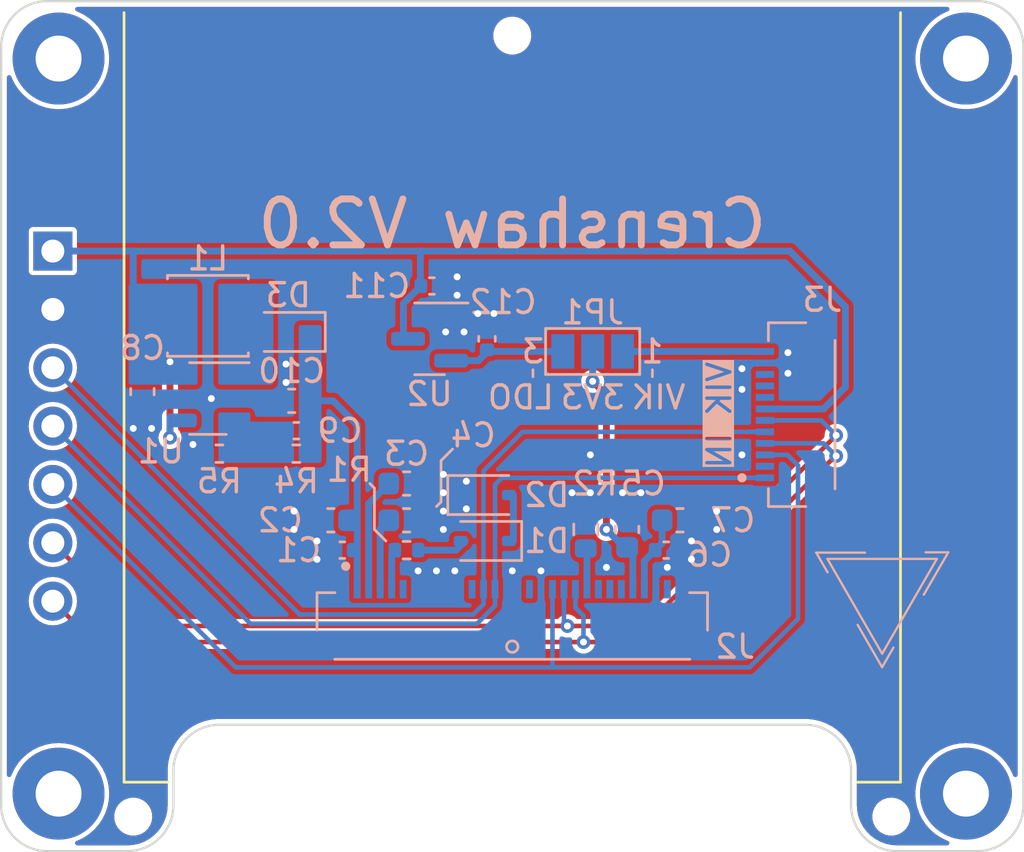
<source format=kicad_pcb>
(kicad_pcb (version 20221018) (generator pcbnew)
  (title_block (title "Crenshaw SSD1351 OLED breakout") (date "2023-07-27") (rev "V2.0") (company "Created by Ariamelon (https://github.com/Ariamelon/Crenshaw/)") (comment 1 "Follows the VIK standard by Sadek Baroudi (https://github.com/sadekbaroudi/VIK)") (comment 2 "Licensed under CC BY 4.0."))
  (layers (0 "F.Cu" signal) (31 "B.Cu" signal) (34 "B.Paste" user) (35 "F.Paste" user) (36 "B.SilkS" user "B.Silkscreen") (37 "F.SilkS" user "F.Silkscreen") (38 "B.Mask" user) (39 "F.Mask" user) (44 "Edge.Cuts" user))
  (net 0 "")
  (net 1 "GND")
  (net 2 "+13V")
  (net 3 "Net-(J2-VCOMH)")
  (net 4 "Net-(J2-VDDIO)")
  (net 5 "+3V3")
  (net 6 "Net-(J2-VCI)")
  (net 7 "+5V")
  (net 8 "Net-(U1-FB)")
  (net 9 "Net-(D1-K)")
  (net 10 "Net-(D1-A)")
  (net 11 "Net-(D3-A)")
  (net 12 "Net-(J2-VSL)")
  (net 15 "MOSI")
  (net 16 "SCK")
  (net 17 "Net-(J2-IREF)")
  (net 22 "CS")
  (net 27 "+3V3_LDO")
  (net 28 "~{RST}")
  (net 29 "DC")
  (net 30 "+3V3_VIK")
  (footprint "Crenshaw:OLED_1.5_SSD1351_128x128" (layer "F.Cu") (at 55 40)
    (fp_text reference "J1" hide)
    (fp_text value "OLED_Breakout" hide)
    (pad "1" thru_hole rect (at -20 -7.62) (size 1.7 1.7) (drill 1) (layers "*.Cu" "*.Mask") (net 7 "+5V"))
    (pad "2" thru_hole oval (at -20 -5.08) (size 1.7 1.7) (drill 1) (layers "*.Cu" "*.Mask") (net 1 "GND"))
    (pad "3" thru_hole oval (at -20 -2.54) (size 1.7 1.7) (drill 1) (layers "*.Cu" "*.Mask") (net 15 "MOSI"))
    (pad "4" thru_hole oval (at -20 0) (size 1.7 1.7) (drill 1) (layers "*.Cu" "*.Mask") (net 16 "SCK"))
    (pad "5" thru_hole oval (at -20 2.54) (size 1.7 1.7) (drill 1) (layers "*.Cu" "*.Mask") (net 22 "CS"))
    (pad "6" thru_hole oval (at -20 5.08) (size 1.7 1.7) (drill 1) (layers "*.Cu" "*.Mask") (net 29 "DC"))
    (pad "7" thru_hole oval (at -20 7.62) (size 1.7 1.7) (drill 1) (layers "*.Cu" "*.Mask") (net 28 "~{RST}"))
    (pad "MP" thru_hole circle (at -19.75 -16) (size 4 4) (drill 2) (layers "*.Cu" "*.Mask"))
    (pad "MP" thru_hole circle (at -19.75 16) (size 4 4) (drill 2) (layers "*.Cu" "*.Mask"))
    (pad "MP" thru_hole circle (at 19.75 -16) (size 4 4) (drill 2) (layers "*.Cu" "*.Mask"))
    (pad "MP" thru_hole circle (at 19.75 16) (size 4 4) (drill 2) (layers "*.Cu" "*.Mask"))
  )
  (footprint "Crenshaw:JLC Tooling Hole" (layer "F.Cu") (at 55 23)
    (fp_text reference "H1" hide)
    (fp_text value "Tooling Hole" hide)
    (pad "" np_thru_hole circle (at 0 0) (size 1.152 1.152) (drill 1.152) (layers "F&B.Cu" "*.Mask") (clearance 0.074))
  )
  (footprint "Crenshaw:JLC Tooling Hole" (layer "F.Cu") (at 38.5 57)
    (fp_text reference "H3" hide)
    (fp_text value "Tooling Hole" hide)
    (pad "" np_thru_hole circle (at 0 0) (size 1.152 1.152) (drill 1.152) (layers "F&B.Cu" "*.Mask") (clearance 0.074))
  )
  (footprint "Crenshaw:JLC Tooling Hole" (layer "F.Cu") (at 71.5 57)
    (fp_text reference "H2" hide)
    (fp_text value "Tooling Hole" hide)
    (pad "" np_thru_hole circle (at 0 0) (size 1.152 1.152) (drill 1.152) (layers "F&B.Cu" "*.Mask") (clearance 0.074))
  )
  (footprint "Resistor_SMD:R_0402_1005Metric" (layer "B.Cu") (at 50.4 45.4 180)
    (fp_text reference "R1" (at 2.5 3.5 unlocked) (layer "B.SilkS") (effects (justify mirror)))
    (fp_text value "51")
    (fp_line (start -0.153641 -0.38) (end 0.153641 -0.38) (stroke (width 0.12)) (layer "B.SilkS"))
    (fp_line (start -0.153641 0.38) (end 0.153641 0.38) (stroke (width 0.12)) (layer "B.SilkS"))
    (pad "1" smd roundrect (at -0.51 0 180) (size 0.54 0.64) (layers "B.Cu" "B.Paste" "B.Mask") (net 10 "Net-(D1-A)"))
    (pad "2" smd roundrect (at 0.51 0 180) (size 0.54 0.64) (layers "B.Cu" "B.Paste" "B.Mask") (net 12 "Net-(J2-VSL)"))
  )
  (footprint "Resistor_SMD:R_0402_1005Metric" (layer "B.Cu") (at 42.25 41.2 180)
    (fp_text reference "R5" (at 0 -1.2 unlocked) (layer "B.SilkS") (effects (justify mirror)))
    (fp_text value "100k")
    (fp_line (start -0.153641 -0.38) (end 0.153641 -0.38) (stroke (width 0.12)) (layer "B.SilkS"))
    (fp_line (start -0.153641 0.38) (end 0.153641 0.38) (stroke (width 0.12)) (layer "B.SilkS"))
    (pad "1" smd roundrect (at -0.51 0 180) (size 0.54 0.64) (layers "B.Cu" "B.Paste" "B.Mask") (net 8 "Net-(U1-FB)"))
    (pad "2" smd roundrect (at 0.51 0 180) (size 0.54 0.64) (layers "B.Cu" "B.Paste" "B.Mask") (net 1 "GND"))
  )
  (footprint "Capacitor_SMD:C_0603_1608Metric" (layer "B.Cu") (at 38.9 38.5 90)
    (fp_text reference "C8" (at 1.9 0 unlocked) (layer "B.SilkS") (effects (justify mirror)))
    (fp_text value "4u7")
    (fp_line (start -0.14058 -0.51) (end 0.14058 -0.51) (stroke (width 0.12)) (layer "B.SilkS"))
    (fp_line (start -0.14058 0.51) (end 0.14058 0.51) (stroke (width 0.12)) (layer "B.SilkS"))
    (pad "1" smd roundrect (at -0.775 0 90) (size 0.9 0.95) (layers "B.Cu" "B.Paste" "B.Mask") (net 1 "GND"))
    (pad "2" smd roundrect (at 0.775 0 90) (size 0.9 0.95) (layers "B.Cu" "B.Paste" "B.Mask") (net 7 "+5V"))
  )
  (footprint "Diode_SMD:D_SOD-323" (layer "B.Cu") (at 45.25 35.899999 180)
    (fp_text reference "D3" (at 0 1.599999 unlocked) (layer "B.SilkS") (effects (justify mirror)))
    (fp_text value "1N5819WS")
    (fp_line (start -1.61 -0.85) (end 1.05 -0.85) (stroke (width 0.12)) (layer "B.SilkS"))
    (fp_line (start -1.61 0.85) (end -1.61 -0.85) (stroke (width 0.12)) (layer "B.SilkS"))
    (fp_line (start -1.61 0.85) (end 1.05 0.85) (stroke (width 0.12)) (layer "B.SilkS"))
    (pad "1" smd roundrect (at -1.05 0 180) (size 0.6 0.45) (layers "B.Cu" "B.Paste" "B.Mask") (net 2 "+13V"))
    (pad "2" smd roundrect (at 1.05 0 180) (size 0.6 0.45) (layers "B.Cu" "B.Paste" "B.Mask") (net 11 "Net-(D3-A)"))
  )
  (footprint "Capacitor_SMD:C_0603_1608Metric" (layer "B.Cu") (at 50.4 42.5)
    (fp_text reference "C3" (at 0 -1.3 unlocked) (layer "B.SilkS") (effects (justify mirror)))
    (fp_text value "1u")
    (fp_line (start -0.14058 -0.51) (end 0.14058 -0.51) (stroke (width 0.12)) (layer "B.SilkS"))
    (fp_line (start -0.14058 0.51) (end 0.14058 0.51) (stroke (width 0.12)) (layer "B.SilkS"))
    (pad "1" smd roundrect (at -0.775 0) (size 0.9 0.95) (layers "B.Cu" "B.Paste" "B.Mask") (net 3 "Net-(J2-VCOMH)"))
    (pad "2" smd roundrect (at 0.775 0) (size 0.9 0.95) (layers "B.Cu" "B.Paste" "B.Mask") (net 1 "GND"))
  )
  (footprint "Inductor_SMD:L_Sunlord_SWPA3012S" (layer "B.Cu") (at 41.75 35.2 180)
    (fp_text reference "L1" (at 0 2.5 unlocked) (layer "B.SilkS") (effects (justify mirror)))
    (fp_text value "10u")
    (fp_line (start -1.76 -1.76) (end -1.76 -1.61) (stroke (width 0.12)) (layer "B.SilkS"))
    (fp_line (start -1.76 -1.76) (end 1.76 -1.76) (stroke (width 0.12)) (layer "B.SilkS"))
    (fp_line (start -1.76 1.76) (end -1.76 1.61) (stroke (width 0.12)) (layer "B.SilkS"))
    (fp_line (start -1.76 1.76) (end 1.76 1.76) (stroke (width 0.12)) (layer "B.SilkS"))
    (fp_line (start 1.76 -1.76) (end 1.76 -1.61) (stroke (width 0.12)) (layer "B.SilkS"))
    (fp_line (start 1.76 1.76) (end 1.76 1.61) (stroke (width 0.12)) (layer "B.SilkS"))
    (pad "1" smd rect (at -1.15 0 180) (size 0.8 2.7) (layers "B.Cu" "B.Paste" "B.Mask") (net 11 "Net-(D3-A)"))
    (pad "2" smd rect (at 1.15 0 180) (size 0.8 2.7) (layers "B.Cu" "B.Paste" "B.Mask") (net 7 "+5V"))
  )
  (footprint "Package_TO_SOT_SMD:SOT-23" (layer "B.Cu") (at 51.4 36.2 180)
    (fp_text reference "U2" (at -0.000001 -2.4 unlocked) (layer "B.SilkS") (effects (justify mirror)))
    (fp_text value "XC6206P332MR")
    (fp_line (start 0 -1.56) (end -0.65 -1.56) (stroke (width 0.12)) (layer "B.SilkS"))
    (fp_line (start 0 -1.56) (end 0.65 -1.56) (stroke (width 0.12)) (layer "B.SilkS"))
    (fp_line (start 0 1.56) (end -1.675 1.56) (stroke (width 0.12)) (layer "B.SilkS"))
    (fp_line (start 0 1.56) (end 0.65 1.56) (stroke (width 0.12)) (layer "B.SilkS"))
    (pad "1" smd roundrect (at -0.9375 0.95 180) (size 1.475 0.6) (layers "B.Cu" "B.Paste" "B.Mask") (net 1 "GND"))
    (pad "2" smd roundrect (at -0.9375 -0.95 180) (size 1.475 0.6) (layers "B.Cu" "B.Paste" "B.Mask") (net 27 "+3V3_LDO"))
    (pad "3" smd roundrect (at 0.9375 0 180) (size 1.475 0.6) (layers "B.Cu" "B.Paste" "B.Mask") (net 7 "+5V"))
  )
  (footprint "Crenshaw:HRS_FH34SRJ-30S-0.5SH(50)" (layer "B.Cu") (at 55 49.6 180)
    (fp_text reference "J2" (at -9.7 0) (layer "B.SilkS") (effects (justify mirror)))
    (fp_text value "SSD1351")
    (fp_line (start -8.5 2.35) (end -8.5 0.72) (stroke (width 0.12)) (layer "B.SilkS"))
    (fp_line (start -8.5 2.35) (end -7.72 2.35) (stroke (width 0.12)) (layer "B.SilkS"))
    (fp_line (start -7.73 -0.55) (end 7.73 -0.55) (stroke (width 0.12)) (layer "B.SilkS"))
    (fp_line (start 7.72 2.35) (end 8.5 2.35) (stroke (width 0.12)) (layer "B.SilkS"))
    (fp_line (start 8.5 2.35) (end 8.5 0.72) (stroke (width 0.12)) (layer "B.SilkS"))
    (fp_circle (center 0 0) (end 0.25 0) (stroke (width 0.12)) (fill none) (layer "B.SilkS"))
    (fp_circle (center 7.25 3.5) (end 7.35 3.5) (stroke (width 0.2)) (fill none) (layer "B.SilkS"))
    (pad "1" smd rect (at 7.25 2.5 180) (size 0.3 0.8) (layers "B.Cu" "B.Mask") (net 1 "GND"))
    (pad "2" smd rect (at 6.75 2.5 180) (size 0.3 0.8) (layers "B.Cu" "B.Mask") (net 2 "+13V"))
    (pad "3" smd rect (at 6.25 2.5 180) (size 0.3 0.8) (layers "B.Cu" "B.Mask") (net 3 "Net-(J2-VCOMH)"))
    (pad "4" smd rect (at 5.75 2.5 180) (size 0.3 0.8) (layers "B.Cu" "B.Mask") (net 4 "Net-(J2-VDDIO)"))
    (pad "5" smd rect (at 5.25 2.5 180) (size 0.3 0.8) (layers "B.Cu" "B.Mask") (net 12 "Net-(J2-VSL)"))
    (pad "6" smd rect (at 4.75 2.5 180) (size 0.3 0.8) (layers "B.Cu" "B.Mask"))
    (pad "7" smd rect (at 4.25 2.5 180) (size 0.3 0.8) (layers "B.Cu" "B.Mask") (net 1 "GND"))
    (pad "8" smd rect (at 3.75 2.5 180) (size 0.3 0.8) (layers "B.Cu" "B.Mask") (net 1 "GND"))
    (pad "9" smd rect (at 3.25 2.5 180) (size 0.3 0.8) (layers "B.Cu" "B.Mask") (net 1 "GND"))
    (pad "10" smd rect (at 2.75 2.5 180) (size 0.3 0.8) (layers "B.Cu" "B.Mask") (net 1 "GND"))
    (pad "11" smd rect (at 2.25 2.5 180) (size 0.3 0.8) (layers "B.Cu" "B.Mask") (net 1 "GND"))
    (pad "12" smd rect (at 1.75 2.5 180) (size 0.3 0.8) (layers "B.Cu" "B.Mask"))
    (pad "13" smd rect (at 1.25 2.5 180) (size 0.3 0.8) (layers "B.Cu" "B.Mask") (net 15 "MOSI"))
    (pad "14" smd rect (at 0.75 2.5 180) (size 0.3 0.8) (layers "B.Cu" "B.Mask") (net 16 "SCK"))
    (pad "15" smd rect (at 0.25 2.5 180) (size 0.3 0.8) (layers "B.Cu" "B.Mask") (net 1 "GND"))
    (pad "16" smd rect (at -0.25 2.5 180) (size 0.3 0.8) (layers "B.Cu" "B.Mask") (net 1 "GND"))
    (pad "17" smd rect (at -0.75 2.5 180) (size 0.3 0.8) (layers "B.Cu" "B.Mask"))
    (pad "18" smd rect (at -1.25 2.5 180) (size 0.3 0.8) (layers "B.Cu" "B.Mask") (net 1 "GND"))
    (pad "19" smd rect (at -1.75 2.5 180) (size 0.3 0.8) (layers "B.Cu" "B.Mask") (net 22 "CS"))
    (pad "20" smd rect (at -2.25 2.5 180) (size 0.3 0.8) (layers "B.Cu" "B.Mask") (net 29 "DC"))
    (pad "21" smd rect (at -2.75 2.5 180) (size 0.3 0.8) (layers "B.Cu" "B.Mask") (net 28 "~{RST}"))
    (pad "22" smd rect (at -3.25 2.5 180) (size 0.3 0.8) (layers "B.Cu" "B.Mask") (net 17 "Net-(J2-IREF)"))
    (pad "23" smd rect (at -3.75 2.5 180) (size 0.3 0.8) (layers "B.Cu" "B.Mask"))
    (pad "24" smd rect (at -4.25 2.5 180) (size 0.3 0.8) (layers "B.Cu" "B.Mask"))
    (pad "25" smd rect (at -4.75 2.5 180) (size 0.3 0.8) (layers "B.Cu" "B.Mask"))
    (pad "26" smd rect (at -5.25 2.5 180) (size 0.3 0.8) (layers "B.Cu" "B.Mask") (net 5 "+3V3"))
    (pad "27" smd rect (at -5.75 2.5 180) (size 0.3 0.8) (layers "B.Cu" "B.Mask") (net 6 "Net-(J2-VCI)"))
    (pad "28" smd rect (at -6.25 2.5 180) (size 0.3 0.8) (layers "B.Cu" "B.Mask") (net 1 "GND"))
    (pad "29" smd rect (at -6.75 2.5 180) (size 0.3 0.8) (layers "B.Cu" "B.Mask"))
    (pad "30" smd rect (at -7.25 2.5 180) (size 0.3 0.8) (layers "B.Cu" "B.Mask") (net 1 "GND"))
    (pad "MP" smd rect (at -8.25 0 180) (size 0.4 0.8) (layers "B.Cu" "B.Paste" "B.Mask") (net 1 "GND"))
    (pad "MP" smd rect (at 8.25 0 180) (size 0.4 0.8) (layers "B.Cu" "B.Paste" "B.Mask") (net 1 "GND"))
  )
  (footprint "Capacitor_SMD:C_0603_1608Metric" (layer "B.Cu") (at 47.1 44.1 180)
    (fp_text reference "C2" (at 2.2 0 unlocked) (layer "B.SilkS") (effects (justify mirror)))
    (fp_text value "10u")
    (fp_line (start -0.14058 -0.51) (end 0.14058 -0.51) (stroke (width 0.12)) (layer "B.SilkS"))
    (fp_line (start -0.14058 0.51) (end 0.14058 0.51) (stroke (width 0.12)) (layer "B.SilkS"))
    (pad "1" smd roundrect (at -0.775 0 180) (size 0.9 0.95) (layers "B.Cu" "B.Paste" "B.Mask") (net 2 "+13V"))
    (pad "2" smd roundrect (at 0.775 0 180) (size 0.9 0.95) (layers "B.Cu" "B.Paste" "B.Mask") (net 1 "GND"))
  )
  (footprint "Diode_SMD:D_SOD-323" (layer "B.Cu") (at 53.8 43)
    (fp_text reference "D2" (at 2.7 0 unlocked) (layer "B.SilkS") (effects (justify mirror)))
    (fp_text value "1N4148")
    (fp_line (start -1.61 -0.85) (end 1.05 -0.85) (stroke (width 0.12)) (layer "B.SilkS"))
    (fp_line (start -1.61 0.85) (end -1.61 -0.85) (stroke (width 0.12)) (layer "B.SilkS"))
    (fp_line (start -1.61 0.85) (end 1.05 0.85) (stroke (width 0.12)) (layer "B.SilkS"))
    (pad "1" smd roundrect (at -1.05 0) (size 0.6 0.45) (layers "B.Cu" "B.Paste" "B.Mask") (net 1 "GND"))
    (pad "2" smd roundrect (at 1.05 0) (size 0.6 0.45) (layers "B.Cu" "B.Paste" "B.Mask") (net 9 "Net-(D1-K)"))
  )
  (footprint "Capacitor_SMD:C_0402_1005Metric" (layer "B.Cu") (at 47.6 45.4 180)
    (fp_text reference "C1" (at 1.9 0 unlocked) (layer "B.SilkS") (effects (justify mirror)))
    (fp_text value "100n")
    (fp_line (start -0.107836 -0.36) (end 0.107836 -0.36) (stroke (width 0.12)) (layer "B.SilkS"))
    (fp_line (start -0.107836 0.36) (end 0.107836 0.36) (stroke (width 0.12)) (layer "B.SilkS"))
    (pad "1" smd roundrect (at -0.48 0 180) (size 0.56 0.62) (layers "B.Cu" "B.Paste" "B.Mask") (net 2 "+13V"))
    (pad "2" smd roundrect (at 0.48 0 180) (size 0.56 0.62) (layers "B.Cu" "B.Paste" "B.Mask") (net 1 "GND"))
  )
  (footprint "Crenshaw:Ariamelon_Logo_x3_CU" (layer "B.Cu") (at 55 26.2 180)
    (fp_text reference "A1" hide)
    (fp_text value "Ariamelon Logo" hide)
  )
  (footprint "Capacitor_SMD:C_0603_1608Metric" (layer "B.Cu") (at 50.4 44.1)
    (fp_text reference "C4" (at 2.9 -3.7 unlocked) (layer "B.SilkS") (effects (justify mirror)))
    (fp_text value "1u")
    (fp_line (start -0.14058 -0.51) (end 0.14058 -0.51) (stroke (width 0.12)) (layer "B.SilkS"))
    (fp_line (start -0.14058 0.51) (end 0.14058 0.51) (stroke (width 0.12)) (layer "B.SilkS"))
    (pad "1" smd roundrect (at -0.775 0) (size 0.9 0.95) (layers "B.Cu" "B.Paste" "B.Mask") (net 4 "Net-(J2-VDDIO)"))
    (pad "2" smd roundrect (at 0.775 0) (size 0.9 0.95) (layers "B.Cu" "B.Paste" "B.Mask") (net 1 "GND"))
  )
  (footprint "Capacitor_SMD:C_0603_1608Metric" (layer "B.Cu") (at 62.3 44.1)
    (fp_text reference "C7" (at 2.3 0 unlocked) (layer "B.SilkS") (effects (justify mirror)))
    (fp_text value "1u")
    (fp_line (start -0.14058 -0.51) (end 0.14058 -0.51) (stroke (width 0.12)) (layer "B.SilkS"))
    (fp_line (start -0.14058 0.51) (end 0.14058 0.51) (stroke (width 0.12)) (layer "B.SilkS"))
    (pad "1" smd roundrect (at -0.775 0) (size 0.9 0.95) (layers "B.Cu" "B.Paste" "B.Mask") (net 6 "Net-(J2-VCI)"))
    (pad "2" smd roundrect (at 0.775 0) (size 0.9 0.95) (layers "B.Cu" "B.Paste" "B.Mask") (net 1 "GND"))
  )
  (footprint "Diode_SMD:D_SOD-323" (layer "B.Cu") (at 53.8 45 180)
    (fp_text reference "D1" (at -2.7 0 unlocked) (layer "B.SilkS") (effects (justify mirror)))
    (fp_text value "1N4148")
    (fp_line (start -1.61 -0.85) (end 1.05 -0.85) (stroke (width 0.12)) (layer "B.SilkS"))
    (fp_line (start -1.61 0.85) (end -1.61 -0.85) (stroke (width 0.12)) (layer "B.SilkS"))
    (fp_line (start -1.61 0.85) (end 1.05 0.85) (stroke (width 0.12)) (layer "B.SilkS"))
    (pad "1" smd roundrect (at -1.05 0 180) (size 0.6 0.45) (layers "B.Cu" "B.Paste" "B.Mask") (net 9 "Net-(D1-K)"))
    (pad "2" smd roundrect (at 1.05 0 180) (size 0.6 0.45) (layers "B.Cu" "B.Paste" "B.Mask") (net 10 "Net-(D1-A)"))
  )
  (footprint "Capacitor_SMD:C_0402_1005Metric" (layer "B.Cu") (at 45.6 40.2)
    (fp_text reference "C9" (at 1.9 0 unlocked) (layer "B.SilkS") (effects (justify mirror)))
    (fp_text value "22p")
    (fp_line (start -0.107836 -0.36) (end 0.107836 -0.36) (stroke (width 0.12)) (layer "B.SilkS"))
    (fp_line (start -0.107836 0.36) (end 0.107836 0.36) (stroke (width 0.12)) (layer "B.SilkS"))
    (pad "1" smd roundrect (at -0.48 0) (size 0.56 0.62) (layers "B.Cu" "B.Paste" "B.Mask") (net 8 "Net-(U1-FB)"))
    (pad "2" smd roundrect (at 0.48 0) (size 0.56 0.62) (layers "B.Cu" "B.Paste" "B.Mask") (net 2 "+13V"))
  )
  (footprint "Capacitor_SMD:C_0603_1608Metric" (layer "B.Cu") (at 60 44.5 90)
    (fp_text reference "C5" (at 2 0.7 unlocked) (layer "B.SilkS") (effects (justify mirror)))
    (fp_text value "1u")
    (fp_line (start -0.14058 -0.51) (end 0.14058 -0.51) (stroke (width 0.12)) (layer "B.SilkS"))
    (fp_line (start -0.14058 0.51) (end 0.14058 0.51) (stroke (width 0.12)) (layer "B.SilkS"))
    (pad "1" smd roundrect (at -0.775 0 90) (size 0.9 0.95) (layers "B.Cu" "B.Paste" "B.Mask") (net 5 "+3V3"))
    (pad "2" smd roundrect (at 0.775 0 90) (size 0.9 0.95) (layers "B.Cu" "B.Paste" "B.Mask") (net 1 "GND"))
  )
  (footprint "Capacitor_SMD:C_0402_1005Metric" (layer "B.Cu") (at 53.900001 36.2 90)
    (fp_text reference "C12" (at 1.6 0.7 unlocked) (layer "B.SilkS") (effects (justify mirror)))
    (fp_text value "1u")
    (fp_line (start -0.107836 -0.36) (end 0.107836 -0.36) (stroke (width 0.12)) (layer "B.SilkS"))
    (fp_line (start -0.107836 0.36) (end 0.107836 0.36) (stroke (width 0.12)) (layer "B.SilkS"))
    (pad "1" smd roundrect (at -0.48 0 90) (size 0.56 0.62) (layers "B.Cu" "B.Paste" "B.Mask") (net 27 "+3V3_LDO"))
    (pad "2" smd roundrect (at 0.48 0 90) (size 0.56 0.62) (layers "B.Cu" "B.Paste" "B.Mask") (net 1 "GND"))
  )
  (footprint "Capacitor_SMD:C_0603_1608Metric" (layer "B.Cu") (at 45.4 38.9)
    (fp_text reference "C10" (at 0 -1.3 unlocked) (layer "B.SilkS") (effects (justify mirror)))
    (fp_text value "4u7")
    (fp_line (start -0.14058 -0.51) (end 0.14058 -0.51) (stroke (width 0.12)) (layer "B.SilkS"))
    (fp_line (start -0.14058 0.51) (end 0.14058 0.51) (stroke (width 0.12)) (layer "B.SilkS"))
    (pad "1" smd roundrect (at -0.775 0) (size 0.9 0.95) (layers "B.Cu" "B.Paste" "B.Mask") (net 1 "GND"))
    (pad "2" smd roundrect (at 0.775 0) (size 0.9 0.95) (layers "B.Cu" "B.Paste" "B.Mask") (net 2 "+13V"))
  )
  (footprint "Jumper:SolderJumper-3_P1.3mm_Open_Pad1.0x1.5mm_NumberLabels" (layer "B.Cu") (at 58.5 36.75 180)
    (fp_text reference "JP1" (at 0 1.7 unlocked) (layer "B.SilkS") (effects (justify mirror)))
    (fp_text value "3V3 SEL")
    (fp_text user "3" (at 2.6 0 unlocked) (layer "B.SilkS") (effects (justify mirror)))
    (fp_text user "1" (at -2.6 0 unlocked) (layer "B.SilkS") (effects (justify mirror)))
    (fp_line (start -2.05 -1) (end -2.05 1) (stroke (width 0.12)) (layer "B.SilkS"))
    (fp_line (start -2.05 1) (end 2.05 1) (stroke (width 0.12)) (layer "B.SilkS"))
    (fp_line (start 2.05 -1) (end -2.05 -1) (stroke (width 0.12)) (layer "B.SilkS"))
    (fp_line (start 2.05 1) (end 2.05 -1) (stroke (width 0.12)) (layer "B.SilkS"))
    (pad "1" smd rect (at -1.3 0 180) (size 1 1.5) (layers "B.Cu" "B.Mask") (net 30 "+3V3_VIK"))
    (pad "2" smd rect (at 0 0 180) (size 1 1.5) (layers "B.Cu" "B.Mask") (net 5 "+3V3"))
    (pad "3" smd rect (at 1.3 0 180) (size 1 1.5) (layers "B.Cu" "B.Mask") (net 27 "+3V3_LDO"))
  )
  (footprint "Resistor_SMD:R_0402_1005Metric" (layer "B.Cu") (at 45.6 41.2)
    (fp_text reference "R4" (at 0 1.2 unlocked) (layer "B.SilkS") (effects (justify mirror)))
    (fp_text value "1M")
    (fp_line (start -0.153641 -0.38) (end 0.153641 -0.38) (stroke (width 0.12)) (layer "B.SilkS"))
    (fp_line (start -0.153641 0.38) (end 0.153641 0.38) (stroke (width 0.12)) (layer "B.SilkS"))
    (pad "1" smd roundrect (at -0.51 0) (size 0.54 0.64) (layers "B.Cu" "B.Paste" "B.Mask") (net 8 "Net-(U1-FB)"))
    (pad "2" smd roundrect (at 0.51 0) (size 0.54 0.64) (layers "B.Cu" "B.Paste" "B.Mask") (net 2 "+13V"))
  )
  (footprint "Capacitor_SMD:C_0402_1005Metric" (layer "B.Cu") (at 51.5 33.9)
    (fp_text reference "C11" (at -2.4 0 unlocked) (layer "B.SilkS") (effects (justify mirror)))
    (fp_text value "1u")
    (fp_line (start -0.107836 -0.36) (end 0.107836 -0.36) (stroke (width 0.12)) (layer "B.SilkS"))
    (fp_line (start -0.107836 0.36) (end 0.107836 0.36) (stroke (width 0.12)) (layer "B.SilkS"))
    (pad "1" smd roundrect (at -0.48 0) (size 0.56 0.62) (layers "B.Cu" "B.Paste" "B.Mask") (net 7 "+5V"))
    (pad "2" smd roundrect (at 0.48 0) (size 0.56 0.62) (layers "B.Cu" "B.Paste" "B.Mask") (net 1 "GND"))
  )
  (footprint "Crenshaw:vik-logo-small" (layer "B.Cu") (at 71.1 47.3 180)
    (fp_text reference "A2" hide)
    (fp_text value "VIK logo" hide)
    (fp_line (start -2.880161 1.806346) (end -1.892323 1.805976) (stroke (width 0.1)) (layer "B.SilkS"))
    (fp_line (start -2.383804 1.52) (end 2.38 1.52) (stroke (width 0.1)) (layer "B.SilkS"))
    (fp_line (start -1.815689 -0.036813) (end -2.880161 1.806346) (stroke (width 0.1)) (layer "B.SilkS"))
    (fp_line (start -0.001902 -2.605575) (end -2.383804 1.52) (stroke (width 0.1)) (layer "B.SilkS"))
    (fp_line (start 0.000114 -3.195112) (end -0.493459 -2.339419) (stroke (width 0.1)) (layer "B.SilkS"))
    (fp_line (start 0.741256 1.793386) (end 2.869715 1.793686) (stroke (width 0.1)) (layer "B.SilkS"))
    (fp_line (start 1.064084 -1.351662) (end 0.000114 -3.195112) (stroke (width 0.1)) (layer "B.SilkS"))
    (fp_line (start 2.38 1.52) (end -0.001902 -2.605575) (stroke (width 0.1)) (layer "B.SilkS"))
    (fp_line (start 2.869715 1.793686) (end 2.375449 0.938393) (stroke (width 0.1)) (layer "B.SilkS"))
  )
  (footprint "Crenshaw:vik-module-connector-horizontal" (layer "B.Cu") (at 68.5 39.5 -90)
    (fp_text reference "J3" (at -5 0) (layer "B.SilkS") (effects (justify mirror)))
    (fp_text value "VIK Module")
    (fp_text user "VIK IN" (at 0.02 3.9 90 unlocked) (layer "B.SilkS" knockout) (effects (justify bottom mirror)))
    (fp_line (start -4 2.35) (end -4 0.72) (stroke (width 0.12)) (layer "B.SilkS"))
    (fp_line (start -3.23 -0.55) (end 3.23 -0.55) (stroke (width 0.12)) (layer "B.SilkS"))
    (fp_line (start -3.22 2.35) (end -4 2.35) (stroke (width 0.12)) (layer "B.SilkS"))
    (fp_line (start 3.22 2.35) (end 4 2.35) (stroke (width 0.12)) (layer "B.SilkS"))
    (fp_line (start 4 2.35) (end 4 0.72) (stroke (width 0.12)) (layer "B.SilkS"))
    (fp_circle (center 2.75 3.5) (end 2.85 3.5) (stroke (width 0.2)) (fill none) (layer "B.SilkS"))
    (pad "1" smd rect (at 2.75 2.5 270) (size 0.3 0.8) (layers "B.Cu" "B.Mask") (net 16 "SCK"))
    (pad "2" smd rect (at 2.25 2.5 270) (size 0.3 0.8) (layers "B.Cu" "B.Mask"))
    (pad "3" smd rect (at 1.75 2.5 270) (size 0.3 0.8) (layers "B.Cu" "B.Mask") (net 22 "CS"))
    (pad "4" smd rect (at 1.25 2.5 270) (size 0.3 0.8) (layers "B.Cu" "B.Mask") (net 28 "~{RST}"))
    (pad "5" smd rect (at 0.75 2.5 270) (size 0.3 0.8) (layers "B.Cu" "B.Mask") (net 15 "MOSI"))
    (pad "6" smd rect (at 0.25 2.5 270) (size 0.3 0.8) (layers "B.Cu" "B.Mask") (net 29 "DC"))
    (pad "7" smd rect (at -0.25 2.5 270) (size 0.3 0.8) (layers "B.Cu" "B.Mask") (net 7 "+5V"))
    (pad "8" smd rect (at -0.75 2.5 270) (size 0.3 0.8) (layers "B.Cu" "B.Mask"))
    (pad "9" smd rect (at -1.25 2.5 270) (size 0.3 0.8) (layers "B.Cu" "B.Mask"))
    (pad "10" smd rect (at -1.75 2.5 270) (size 0.3 0.8) (layers "B.Cu" "B.Mask"))
    (pad "11" smd rect (at -2.25 2.5 270) (size 0.3 0.8) (layers "B.Cu" "B.Mask") (net 1 "GND"))
    (pad "12" smd rect (at -2.75 2.5 270) (size 0.3 0.8) (layers "B.Cu" "B.Mask") (net 30 "+3V3_VIK"))
    (pad "MP" smd rect (at -3.75 0 270) (size 0.4 0.8) (layers "B.Cu" "B.Paste" "B.Mask") (net 1 "GND"))
    (pad "MP" smd rect (at 3.75 0 270) (size 0.4 0.8) (layers "B.Cu" "B.Paste" "B.Mask") (net 1 "GND"))
  )
  (footprint "Package_TO_SOT_SMD:SOT-23-5" (layer "B.Cu") (at 41.75 38.799999 180)
    (fp_text reference "U1" (at 2.05 -2.300001 unlocked) (layer "B.SilkS") (effects (justify mirror)))
    (fp_text value "TPS61040DBV")
    (fp_line (start 0 -1.56) (end -0.8 -1.56) (stroke (width 0.12)) (layer "B.SilkS"))
    (fp_line (start 0 -1.56) (end 0.8 -1.56) (stroke (width 0.12)) (layer "B.SilkS"))
    (fp_line (start 0 1.56) (end -1.8 1.56) (stroke (width 0.12)) (layer "B.SilkS"))
    (fp_line (start 0 1.56) (end 0.8 1.56) (stroke (width 0.12)) (layer "B.SilkS"))
    (pad "1" smd roundrect (at -1.1375 0.95 180) (size 1.325 0.6) (layers "B.Cu" "B.Paste" "B.Mask") (net 11 "Net-(D3-A)"))
    (pad "2" smd roundrect (at -1.1375 0 180) (size 1.325 0.6) (layers "B.Cu" "B.Paste" "B.Mask") (net 1 "GND"))
    (pad "3" smd roundrect (at -1.1375 -0.95 180) (size 1.325 0.6) (layers "B.Cu" "B.Paste" "B.Mask") (net 8 "Net-(U1-FB)"))
    (pad "4" smd roundrect (at 1.1375 -0.95 180) (size 1.325 0.6) (layers "B.Cu" "B.Paste" "B.Mask") (net 7 "+5V"))
    (pad "5" smd roundrect (at 1.1375 0.95 180) (size 1.325 0.6) (layers "B.Cu" "B.Paste" "B.Mask") (net 7 "+5V"))
  )
  (footprint "Resistor_SMD:R_0603_1608Metric" (layer "B.Cu") (at 58.2 44.5 90)
    (fp_text reference "R2" (at 2 0.4 unlocked) (layer "B.SilkS") (effects (justify mirror)))
    (fp_text value "560k")
    (fp_line (start -0.237258 -0.5225) (end 0.237258 -0.5225) (stroke (width 0.12)) (layer "B.SilkS"))
    (fp_line (start -0.237258 0.5225) (end 0.237258 0.5225) (stroke (width 0.12)) (layer "B.SilkS"))
    (pad "1" smd roundrect (at -0.825 0 90) (size 0.8 0.95) (layers "B.Cu" "B.Paste" "B.Mask") (net 17 "Net-(J2-IREF)"))
    (pad "2" smd roundrect (at 0.825 0 90) (size 0.8 0.95) (layers "B.Cu" "B.Paste" "B.Mask") (net 1 "GND"))
  )
  (footprint "Capacitor_SMD:C_0402_1005Metric" (layer "B.Cu") (at 61.7 45.4)
    (fp_text reference "C6" (at 1.9 0.2 unlocked) (layer "B.SilkS") (effects (justify mirror)))
    (fp_text value "100n")
    (fp_line (start -0.107836 -0.36) (end 0.107836 -0.36) (stroke (width 0.12)) (layer "B.SilkS"))
    (fp_line (start -0.107836 0.36) (end 0.107836 0.36) (stroke (width 0.12)) (layer "B.SilkS"))
    (pad "1" smd roundrect (at -0.48 0) (size 0.56 0.62) (layers "B.Cu" "B.Paste" "B.Mask") (net 6 "Net-(J2-VCI)"))
    (pad "2" smd roundrect (at 0.48 0) (size 0.56 0.62) (layers "B.Cu" "B.Paste" "B.Mask") (net 1 "GND"))
  )
  (gr_line (start 51.7 43.5) (end 51.9 43.3) (stroke (width 0.12)) (layer "B.SilkS"))
  (gr_line (start 49 44.5) (end 49 42.7) (stroke (width 0.12)) (layer "B.SilkS"))
  (gr_line (start 55.9 37.55) (end 55.9 37.85) (stroke (width 0.12)) (layer "B.SilkS"))
  (gr_line (start 61.1 37.55) (end 61.1 37.85) (stroke (width 0.12)) (layer "B.SilkS"))
  (gr_line (start 49.5 45) (end 49 44.5) (stroke (width 0.12)) (layer "B.SilkS"))
  (gr_line (start 51.9 41.5) (end 52.4 41) (stroke (width 0.12)) (layer "B.SilkS"))
  (gr_line (start 49 42.7) (end 48.8 42.5) (stroke (width 0.12)) (layer "B.SilkS"))
  (gr_line (start 51.9 43.3) (end 51.9 41.5) (stroke (width 0.12)) (layer "B.SilkS"))
  (gr_line (start 38.099999 55.499988) (end 38.100007 22) (stroke (width 0.12)) (layer "F.SilkS"))
  (gr_line (start 39.999991 55.499988) (end 38.099999 55.499988) (stroke (width 0.12)) (layer "F.SilkS"))
  (gr_line (start 71.899989 55.499988) (end 70 55.499986) (stroke (width 0.12)) (layer "F.SilkS"))
  (gr_line (start 71.899989 55.499988) (end 71.899993 22) (stroke (width 0.12)) (layer "F.SilkS"))
  (gr_line (start 71.75 58.5) (end 75.25 58.5) (stroke (width 0.1)) (layer "Edge.Cuts"))
  (gr_line (start 67.75 53) (end 42.25 53) (stroke (width 0.1)) (layer "Edge.Cuts"))
  (gr_line (start 32.75 56.5) (end 32.75 23.5) (stroke (width 0.1)) (layer "Edge.Cuts"))
  (gr_arc (start 71.75 58.5) (mid 70.335786 57.914214) (end 69.75 56.5) (stroke (width 0.1)) (layer "Edge.Cuts"))
  (gr_line (start 34.75 21.5) (end 75.25 21.5) (stroke (width 0.1)) (layer "Edge.Cuts"))
  (gr_arc (start 75.25 21.5) (mid 76.664214 22.085786) (end 77.25 23.5) (stroke (width 0.1)) (layer "Edge.Cuts"))
  (gr_arc (start 32.75 23.5) (mid 33.335786 22.085786) (end 34.75 21.5) (stroke (width 0.1)) (layer "Edge.Cuts"))
  (gr_arc (start 77.25 56.5) (mid 76.664214 57.914214) (end 75.25 58.5) (stroke (width 0.1)) (layer "Edge.Cuts"))
  (gr_line (start 34.75 58.5) (end 38.25 58.5) (stroke (width 0.1)) (layer "Edge.Cuts"))
  (gr_arc (start 40.25 55) (mid 40.835786 53.585786) (end 42.25 53) (stroke (width 0.1)) (layer "Edge.Cuts"))
  (gr_arc (start 34.75 58.5) (mid 33.335786 57.914214) (end 32.75 56.5) (stroke (width 0.1)) (layer "Edge.Cuts"))
  (gr_line (start 77.25 23.5) (end 77.25 56.5) (stroke (width 0.1)) (layer "Edge.Cuts"))
  (gr_arc (start 67.75 53) (mid 69.164214 53.585786) (end 69.75 55) (stroke (width 0.1)) (layer "Edge.Cuts"))
  (gr_line (start 69.75 56.5) (end 69.75 55) (stroke (width 0.1)) (layer "Edge.Cuts"))
  (gr_line (start 40.25 56.5) (end 40.25 55) (stroke (width 0.1)) (layer "Edge.Cuts"))
  (gr_arc (start 40.25 56.5) (mid 39.664214 57.914214) (end 38.25 58.5) (stroke (width 0.1)) (layer "Edge.Cuts"))
  (gr_text "LDO" (at 56.9 38.75) (layer "B.SilkS") (effects (font (size 1 1)) (justify left mirror)))
  (gr_text "Crenshaw V2.0" (at 55 31.2) (layer "B.SilkS") (effects (font (size 2 2) (thickness 0.3)) (justify mirror)))
  (gr_text "3V3" (at 58.5 38.75) (layer "B.SilkS") (effects (font (size 1 1)) (justify mirror)))
  (gr_text "VIK" (at 60.1 38.75) (layer "B.SilkS") (effects (font (size 1 1)) (justify right mirror)))
  (via (at 62.8 45) (size 0.6) (drill 0.3) (layers "F.Cu" "B.Cu") (net 1))
  (via (at 55 46.3) (size 0.6) (drill 0.3) (layers "F.Cu" "B.Cu") (net 1))
  (via (at 39.3 40.1) (size 0.6) (drill 0.3) (layers "F.Cu" "B.Cu") (net 1))
  (via (at 67 36.8) (size 0.6) (drill 0.3) (layers "F.Cu" "B.Cu") (net 1))
  (via (at 53 43.6) (size 0.6) (drill 0.3) (layers "F.Cu" "B.Cu") (net 1))
  (via (at 52.9 35.9) (size 0.6) (drill 0.3) (layers "F.Cu" "B.Cu") (net 1))
  (via (at 45.5 43.7) (size 0.6) (drill 0.3) (layers "F.Cu" "B.Cu") (net 1))
  (via (at 45.15 37.3) (size 0.6) (drill 0.3) (layers "F.Cu" "B.Cu") (net 1))
  (via (at 54.2 35.1) (size 0.6) (drill 0.3) (layers "F.Cu" "B.Cu") (net 1))
  (via (at 60.6 42.9) (size 0.6) (drill 0.3) (layers "F.Cu" "B.Cu") (net 1))
  (via (at 58.4 42.9) (size 0.6) (drill 0.3) (layers "F.Cu" "B.Cu") (net 1))
  (via (at 46.5 45) (size 0.6) (drill 0.3) (layers "F.Cu" "B.Cu") (net 1))
  (via (at 52 43.7) (size 0.6) (drill 0.3) (layers "F.Cu" "B.Cu") (net 1))
  (via (at 65 41.25) (size 0.6) (drill 0.3) (layers "F.Cu" "B.Cu") (net 1))
  (via (at 52.6 34.3) (size 0.6) (drill 0.3) (layers "F.Cu" "B.Cu") (net 1))
  (via (at 58.4 41.25) (size 0.6) (drill 0.3) (layers "F.Cu" "B.Cu") (net 1))
  (via (at 61.75 46.15) (size 0.6) (drill 0.3) (layers "F.Cu" "B.Cu") (net 1))
  (via (at 52.600001 33.5) (size 0.6) (drill 0.3) (layers "F.Cu" "B.Cu") (net 1))
  (via (at 65 37.5) (size 0.6) (drill 0.3) (layers "F.Cu" "B.Cu") (net 1))
  (via (at 59.8 42.9) (size 0.6) (drill 0.3) (layers "F.Cu" "B.Cu") (net 1))
  (via (at 63.9 44.5) (size 0.6) (drill 0.3) (layers "F.Cu" "B.Cu") (net 1))
  (via (at 57.6 42.9) (size 0.6) (drill 0.3) (layers "F.Cu" "B.Cu") (net 1))
  (via (at 59.1 46.15) (size 0.6) (drill 0.3) (layers "F.Cu" "B.Cu") (net 1))
  (via (at 41.9 38.8) (size 0.6) (drill 0.3) (layers "F.Cu" "B.Cu") (net 1))
  (via (at 38.500001 40.1) (size 0.6) (drill 0.3) (layers "F.Cu" "B.Cu") (net 1))
  (via (at 51.7 46.3) (size 0.6) (drill 0.3) (layers "F.Cu" "B.Cu") (net 1))
  (via (at 41.1 40.8) (size 0.6) (drill 0.3) (layers "F.Cu" "B.Cu") (net 1))
  (via (at 50.900001 46.3) (size 0.6) (drill 0.3) (layers "F.Cu" "B.Cu") (net 1))
  (via (at 46.5 45.8) (size 0.6) (drill 0.3) (layers "F.Cu" "B.Cu") (net 1))
  (via (at 56.25 46.3) (size 0.6) (drill 0.3) (layers "F.Cu" "B.Cu") (net 1))
  (via (at 52 42.1) (size 0.6) (drill 0.3) (layers "F.Cu" "B.Cu") (net 1))
  (via (at 53.500002 35.1) (size 0.6) (drill 0.3) (layers "F.Cu" "B.Cu") (net 1))
  (via (at 63.9 43.7) (size 0.6) (drill 0.3) (layers "F.Cu" "B.Cu") (net 1))
  (via (at 65 38.399999) (size 0.6) (drill 0.3) (layers "F.Cu" "B.Cu") (net 1))
  (via (at 62.8 45.8) (size 0.6) (drill 0.3) (layers "F.Cu" "B.Cu") (net 1))
  (via (at 53 42.4) (size 0.6) (drill 0.3) (layers "F.Cu" "B.Cu") (net 1))
  (via (at 45.15 38.1) (size 0.6) (drill 0.3) (layers "F.Cu" "B.Cu") (net 1))
  (via (at 52 42.9) (size 0.6) (drill 0.3) (layers "F.Cu" "B.Cu") (net 1))
  (via (at 45.5 44.5) (size 0.6) (drill 0.3) (layers "F.Cu" "B.Cu") (net 1))
  (via (at 67 37.699999) (size 0.6) (drill 0.3) (layers "F.Cu" "B.Cu") (net 1))
  (via (at 52.5 46.3) (size 0.6) (drill 0.3) (layers "F.Cu" "B.Cu") (net 1))
  (via (at 52.100001 35.9) (size 0.6) (drill 0.3) (layers "F.Cu" "B.Cu") (net 1))
  (via (at 52 44.5) (size 0.6) (drill 0.3) (layers "F.Cu" "B.Cu") (net 1))
  (segment (start 47.2 38.9) (end 48.25 39.95) (width 0.3) (layer "B.Cu") (net 2))
  (segment (start 46.175 38.9) (end 47.2 38.9) (width 0.3) (layer "B.Cu") (net 2))
  (segment (start 48.25 39.95) (end 48.25 47.1) (width 0.3) (layer "B.Cu") (net 2))
  (segment (start 48.75 43.375) (end 49.625 42.5) (width 0.3) (layer "B.Cu") (net 3))
  (segment (start 48.75 43.375) (end 48.75 47.1) (width 0.3) (layer "B.Cu") (net 3))
  (segment (start 49.25 44.475) (end 49.25 47.1) (width 0.3) (layer "B.Cu") (net 4))
  (segment (start 49.25 44.475) (end 49.625 44.1) (width 0.3) (layer "B.Cu") (net 4))
  (segment (start 59.1 38.65) (end 58.5 38.05) (width 0.3) (layer "F.Cu") (net 5))
  (segment (start 59.1 44.5) (end 59.1 38.65) (width 0.3) (layer "F.Cu") (net 5))
  (via (at 59.1 44.5) (size 0.6) (drill 0.3) (layers "F.Cu" "B.Cu") (net 5))
  (via (at 58.5 38.05) (size 0.6) (drill 0.3) (layers "F.Cu" "B.Cu") (net 5))
  (segment (start 60.25 45.525) (end 60 45.275) (width 0.3) (layer "B.Cu") (net 5))
  (segment (start 58.5 38.05) (end 58.5 36.75) (width 0.3) (layer "B.Cu") (net 5))
  (segment (start 60.25 47.1) (end 60.25 45.525) (width 0.3) (layer "B.Cu") (net 5))
  (segment (start 59.875 45.275) (end 59.1 44.5) (width 0.3) (layer "B.Cu") (net 5))
  (segment (start 60.75 47.1) (end 60.75 45.87) (width 0.3) (layer "B.Cu") (net 6))
  (segment (start 61.525 45.095) (end 61.22 45.4) (width 0.3) (layer "B.Cu") (net 6))
  (segment (start 61.525 44.1) (end 61.525 45.095) (width 0.3) (layer "B.Cu") (net 6))
  (segment (start 60.75 45.87) (end 61.22 45.4) (width 0.3) (layer "B.Cu") (net 6))
  (segment (start 40.1 37.2) (end 40.1 40.5) (width 0.3) (layer "F.Cu") (net 7))
  (via (at 40.1 40.5) (size 0.6) (drill 0.3) (layers "F.Cu" "B.Cu") (net 7))
  (via (at 40.1 37.2) (size 0.6) (drill 0.3) (layers "F.Cu" "B.Cu") (net 7))
  (segment (start 38.5 34.1) (end 38.5 32.38) (width 0.3) (layer "B.Cu") (net 7))
  (segment (start 40.1 40.5) (end 40.1 39.8) (width 0.3) (layer "B.Cu") (net 7))
  (segment (start 38.5 32.38) (end 51 32.38) (width 0.3) (layer "B.Cu") (net 7))
  (segment (start 51 33.88) (end 51 32.38) (width 0.3) (layer "B.Cu") (net 7))
  (segment (start 67.08 32.38) (end 69.5 34.8) (width 0.3) (layer "B.Cu") (net 7))
  (segment (start 35 32.38) (end 38.5 32.38) (width 0.3) (layer "B.Cu") (net 7))
  (segment (start 68.55 39.25) (end 66 39.25) (width 0.3) (layer "B.Cu") (net 7))
  (segment (start 50.2625 36.2) (end 50.2625 34.6575) (width 0.3) (layer "B.Cu") (net 7))
  (segment (start 51 32.38) (end 67.08 32.38) (width 0.3) (layer "B.Cu") (net 7))
  (segment (start 69.5 34.8) (end 69.5 38.3) (width 0.3) (layer "B.Cu") (net 7))
  (segment (start 69.5 38.3) (end 68.55 39.25) (width 0.3) (layer "B.Cu") (net 7))
  (segment (start 50.2625 34.6575) (end 51.02 33.9) (width 0.3) (layer "B.Cu") (net 7))
  (segment (start 55.05 45) (end 55.05 43) (width 0.3) (layer "B.Cu") (net 9))
  (segment (start 52.55 45.4) (end 52.95 45) (width 0.3) (layer "B.Cu") (net 10))
  (segment (start 50.91 45.4) (end 52.55 45.4) (width 0.3) (layer "B.Cu") (net 10))
  (segment (start 49.75 45.54) (end 49.89 45.4) (width 0.3) (layer "B.Cu") (net 12))
  (segment (start 49.75 47.1) (end 49.75 45.54) (width 0.3) (layer "B.Cu") (net 12))
  (segment (start 45.74 48.2) (end 53.3 48.2) (width 0.2) (layer "B.Cu") (net 15))
  (segment (start 53.75 47.1) (end 53.75 41.95) (width 0.2) (layer "B.Cu") (net 15))
  (segment (start 53.75 47.75) (end 53.75 47.1) (width 0.2) (layer "B.Cu") (net 15))
  (segment (start 53.3 48.2) (end 53.75 47.75) (width 0.2) (layer "B.Cu") (net 15))
  (segment (start 35 37.46) (end 45.74 48.2) (width 0.2) (layer "B.Cu") (net 15))
  (segment (start 55.45 40.25) (end 66 40.25) (width 0.2) (layer "B.Cu") (net 15))
  (segment (start 53.75 41.95) (end 55.45 40.25) (width 0.2) (layer "B.Cu") (net 15))
  (segment (start 66 42.25) (end 54.55 42.25) (width 0.2) (layer "B.Cu") (net 16))
  (segment (start 43.6 48.6) (end 53.465686 48.6) (width 0.2) (layer "B.Cu") (net 16))
  (segment (start 54.55 42.25) (end 54.25 42.55) (width 0.2) (layer "B.Cu") (net 16))
  (segment (start 54.25 42.55) (end 54.25 47.1) (width 0.2) (layer "B.Cu") (net 16))
  (segment (start 54.25 47.815686) (end 54.25 47.1) (width 0.2) (layer "B.Cu") (net 16))
  (segment (start 53.465686 48.6) (end 54.25 47.815686) (width 0.2) (layer "B.Cu") (net 16))
  (segment (start 35 40) (end 43.6 48.6) (width 0.2) (layer "B.Cu") (net 16))
  (segment (start 58.25 45.375) (end 58.2 45.325) (width 0.3) (layer "B.Cu") (net 17))
  (segment (start 58.25 47.1) (end 58.25 45.375) (width 0.3) (layer "B.Cu") (net 17))
  (segment (start 67.44 41.71) (end 66.98 41.25) (width 0.2) (layer "B.Cu") (net 22))
  (segment (start 56.75 50.5) (end 42.96 50.5) (width 0.2) (layer "B.Cu") (net 22))
  (segment (start 67.44 48.39) (end 67.44 41.71) (width 0.2) (layer "B.Cu") (net 22))
  (segment (start 56.75 47.1) (end 56.75 50.5) (width 0.2) (layer "B.Cu") (net 22))
  (segment (start 56.75 50.5) (end 65.33 50.5) (width 0.2) (layer "B.Cu") (net 22))
  (segment (start 65.33 50.5) (end 67.44 48.39) (width 0.2) (layer "B.Cu") (net 22))
  (segment (start 42.96 50.5) (end 35 42.54) (width 0.2) (layer "B.Cu") (net 22))
  (segment (start 66.98 41.25) (end 66 41.25) (width 0.2) (layer "B.Cu") (net 22))
  (segment (start 57.2 36.75) (end 53.970001 36.75) (width 0.3) (layer "B.Cu") (net 27))
  (segment (start 53.53 37.15) (end 54 36.68) (width 0.3) (layer "B.Cu") (net 27))
  (segment (start 52.5375 37.149999) (end 53.53 37.15) (width 0.3) (layer "B.Cu") (net 27))
  (segment (start 36.78 49.4) (end 35 47.62) (width 0.2) (layer "F.Cu") (net 28))
  (segment (start 58.1 49.4) (end 60.965685 49.4) (width 0.2) (layer "F.Cu") (net 28))
  (segment (start 58.1 49.4) (end 36.78 49.4) (width 0.2) (layer "F.Cu") (net 28))
  (segment (start 60.965685 49.4) (end 69.065685 41.3) (width 0.2) (layer "F.Cu") (net 28))
  (segment (start 69.065685 41.3) (end 69.1 41.3) (width 0.2) (layer "F.Cu") (net 28))
  (via (at 69.1 41.3) (size 0.6) (drill 0.3) (layers "F.Cu" "B.Cu") (net 28))
  (via (at 58.1 49.4) (size 0.6) (drill 0.3) (layers "F.Cu" "B.Cu") (net 28))
  (segment (start 69.1 41.3) (end 68.55 40.75) (width 0.2) (layer "B.Cu") (net 28))
  (segment (start 58.1 48.251471) (end 57.75 47.901471) (width 0.2) (layer "B.Cu") (net 28))
  (segment (start 58.1 49.4) (end 58.1 48.251471) (width 0.2) (layer "B.Cu") (net 28))
  (segment (start 57.75 47.901471) (end 57.75 47.1) (width 0.2) (layer "B.Cu") (net 28))
  (segment (start 68.55 40.75) (end 66 40.75) (width 0.2) (layer "B.Cu") (net 28))
  (segment (start 38.62 48.7) (end 35 45.08) (width 0.2) (layer "F.Cu") (net 29))
  (segment (start 60.8 48.7) (end 69.1 40.4) (width 0.2) (layer "F.Cu") (net 29))
  (segment (start 57.4 48.7) (end 38.62 48.7) (width 0.2) (layer "F.Cu") (net 29))
  (segment (start 57.4 48.7) (end 60.8 48.7) (width 0.2) (layer "F.Cu") (net 29))
  (via (at 69.1 40.4) (size 0.6) (drill 0.3) (layers "F.Cu" "B.Cu") (net 29))
  (via (at 57.4 48.7) (size 0.6) (drill 0.3) (layers "F.Cu" "B.Cu") (net 29))
  (segment (start 57.4 48.7) (end 57.25 48.55) (width 0.2) (layer "B.Cu") (net 29))
  (segment (start 69.1 40.4) (end 68.45 39.75) (width 0.2) (layer "B.Cu") (net 29))
  (segment (start 57.25 48.55) (end 57.25 47.1) (width 0.2) (layer "B.Cu") (net 29))
  (segment (start 68.45 39.75) (end 66 39.75) (width 0.2) (layer "B.Cu") (net 29))
  (segment (start 66 36.75) (end 59.85 36.75) (width 0.3) (layer "B.Cu") (net 30))
  (zone (net 1) (net_name "GND") (layers "F&B.Cu") (connect_pads yes (clearance 0.2)) (min_thickness 0.2) (fill yes (thermal_gap 0.5) (thermal_bridge_width 0.5))
    (polygon (pts (xy 77.25 21.5) (xy 77.25 58.5) (xy 32.75 58.5) (xy 32.75 21.5)))
  )
  (zone (net 7) (net_name "+5V") (layer "B.Cu") (priority 1) (connect_pads yes (clearance 0.2)) (min_thickness 0.2) (fill yes (thermal_gap 0.5) (thermal_bridge_width 0.5))
    (polygon (pts (xy 41.3 38.2) (xy 38.3 38.2) (xy 38.299999 33.8) (xy 41.3 33.8)))
  )
  (zone (net 11) (net_name "Net-(D3-A)") (layer "B.Cu") (priority 1) (connect_pads yes (clearance 0.2)) (min_thickness 0.2) (fill yes (thermal_gap 0.5) (thermal_bridge_width 0.5))
    (polygon (pts (xy 44.6 38.2) (xy 42.2 38.2) (xy 42.2 33.8) (xy 44.6 33.8)))
  )
  (zone (net 2) (net_name "+13V") (layer "B.Cu") (priority 3) (connect_pads yes (clearance 0.2)) (min_thickness 0.2) (fill yes (thermal_gap 0.5) (thermal_bridge_width 0.5))
    (polygon (pts (xy 45.7 41.6) (xy 46.7 41.6) (xy 46.7 35.6) (xy 45.7 35.6)))
  )
  (zone (net 8) (net_name "Net-(U1-FB)") (layer "B.Cu") (priority 2) (connect_pads yes (clearance 0.2)) (min_thickness 0.2) (fill yes (thermal_gap 0.5) (thermal_bridge_width 0.5))
    (polygon (pts (xy 42.2 39.4) (xy 42.2 41.6) (xy 45.5 41.6) (xy 45.5 39.8) (xy 43.6 39.8) (xy 43.6 39.4)))
  )
)
</source>
